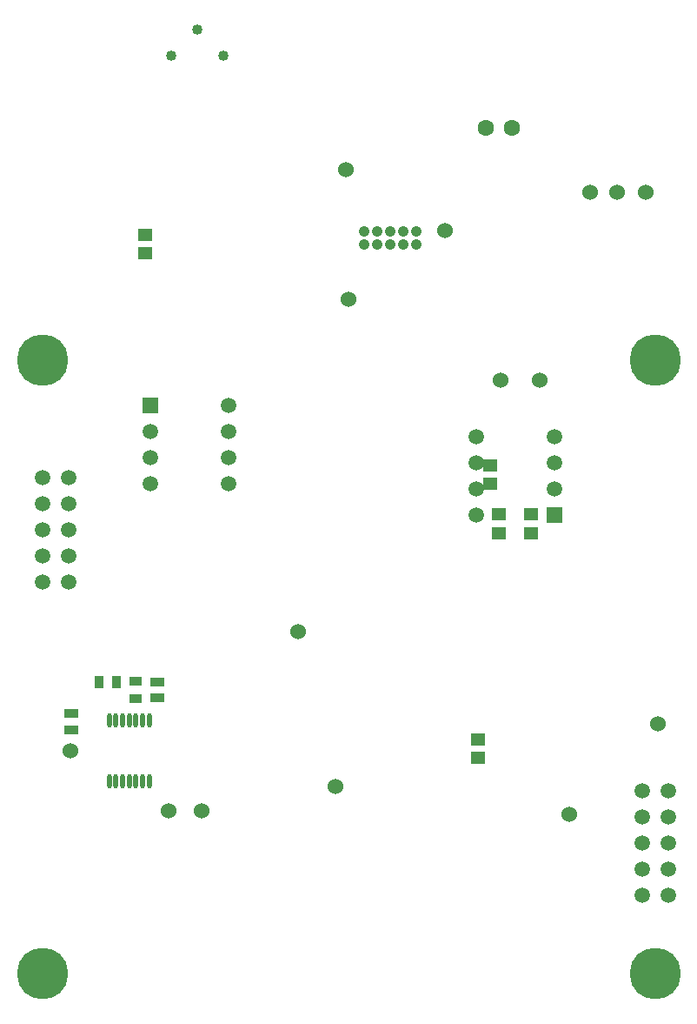
<source format=gbr>
G04 Layer_Color=255*
%FSLAX26Y26*%
%MOIN*%
%TF.FileFunction,Pads,Bot*%
%TF.Part,Single*%
G01*
G75*
%TA.AperFunction,SMDPad,CuDef*%
%ADD10R,0.057087X0.045276*%
%ADD13R,0.051181X0.033465*%
%ADD21R,0.033465X0.051181*%
%ADD22R,0.053150X0.037402*%
%TA.AperFunction,ComponentPad*%
%ADD25C,0.060000*%
%ADD26C,0.059055*%
%ADD27C,0.062992*%
%ADD28C,0.040000*%
%ADD29R,0.059055X0.059055*%
%TA.AperFunction,ViaPad*%
%ADD30C,0.196850*%
%TA.AperFunction,ComponentPad*%
%ADD31C,0.042000*%
%TA.AperFunction,SMDPad,CuDef*%
%ADD47O,0.017716X0.055118*%
D10*
X1822110Y977677D02*
D03*
Y1048543D02*
D03*
X545110Y2981543D02*
D03*
Y2910677D02*
D03*
X2025000Y1910433D02*
D03*
Y1839567D02*
D03*
X1869134Y2028134D02*
D03*
Y2099000D02*
D03*
X1900000Y1839566D02*
D03*
Y1910432D02*
D03*
D13*
X508110Y1271575D02*
D03*
Y1204646D02*
D03*
D21*
X433575Y1269110D02*
D03*
X366646D02*
D03*
D22*
X260110Y1085614D02*
D03*
Y1148606D02*
D03*
X591110Y1206614D02*
D03*
Y1269606D02*
D03*
D25*
X2170000Y760000D02*
D03*
X634913Y774110D02*
D03*
X2058338Y2423260D02*
D03*
X1908732D02*
D03*
X1315110Y3231110D02*
D03*
X1323110Y2735110D02*
D03*
X2466110Y3145110D02*
D03*
X2355110Y3145110D02*
D03*
X2250110Y3143810D02*
D03*
X1694110Y2997110D02*
D03*
X1132110Y1463110D02*
D03*
X760110Y774110D02*
D03*
X257759Y1005858D02*
D03*
X1275110Y868110D02*
D03*
X2511110Y1107110D02*
D03*
D26*
X150110Y2050110D02*
D03*
Y1950110D02*
D03*
Y1850110D02*
D03*
Y1750110D02*
D03*
Y1650110D02*
D03*
X250110Y2050110D02*
D03*
Y1950110D02*
D03*
Y1850110D02*
D03*
Y1750110D02*
D03*
Y1650110D02*
D03*
X1814134Y2209568D02*
D03*
Y2109568D02*
D03*
Y2009568D02*
D03*
Y1909568D02*
D03*
X2114134Y2209568D02*
D03*
Y2109568D02*
D03*
Y2009568D02*
D03*
X2450110Y850110D02*
D03*
Y750110D02*
D03*
Y650110D02*
D03*
Y550110D02*
D03*
Y450110D02*
D03*
X2550110Y850110D02*
D03*
Y750110D02*
D03*
Y650110D02*
D03*
Y550110D02*
D03*
Y450110D02*
D03*
X866110Y2027110D02*
D03*
Y2127110D02*
D03*
Y2227110D02*
D03*
Y2327110D02*
D03*
X566110Y2027110D02*
D03*
Y2127110D02*
D03*
Y2227110D02*
D03*
D27*
X1952110Y3390110D02*
D03*
X1852110D02*
D03*
D28*
X644110Y3669110D02*
D03*
X844110D02*
D03*
X744110Y3769110D02*
D03*
D29*
X2114134Y1909568D02*
D03*
X566110Y2327110D02*
D03*
D30*
X150110Y150110D02*
D03*
X2500110D02*
D03*
X150110Y2500110D02*
D03*
X2500110D02*
D03*
D31*
X1585110Y2995112D02*
D03*
Y2945112D02*
D03*
X1535110Y2995112D02*
D03*
Y2945112D02*
D03*
X1485110Y2995112D02*
D03*
Y2945112D02*
D03*
X1435110Y2995112D02*
D03*
Y2945112D02*
D03*
X1385110Y2995112D02*
D03*
Y2945112D02*
D03*
D47*
X406929Y1121252D02*
D03*
X432520D02*
D03*
X458110D02*
D03*
X483701D02*
D03*
X509291D02*
D03*
X534882D02*
D03*
X560473D02*
D03*
X406929Y888968D02*
D03*
X432520D02*
D03*
X458110D02*
D03*
X483701D02*
D03*
X509291D02*
D03*
X534882D02*
D03*
X560473D02*
D03*
%TF.MD5,2664caa3029175426df78cc702c070af*%
M02*

</source>
